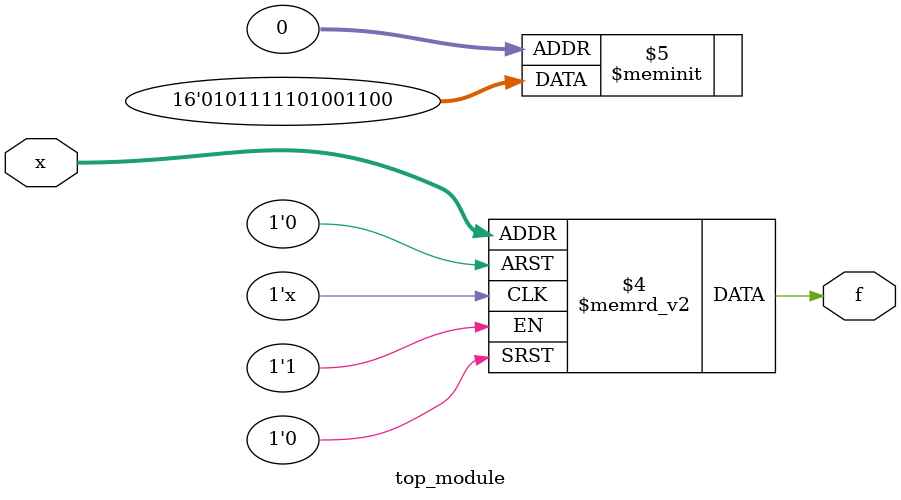
<source format=sv>
module top_module (
    input [4:1] x,
    output logic f
);

always_comb begin
    case (x)
        4'b0000: f = 1'b0; // Don't care, so output 0
        4'b0001: f = 1'b0;
        4'b0010: f = 1'b1;
        4'b0011: f = 1'b1;
        4'b0100: f = 1'b0;
        4'b0101: f = 1'b0;
        4'b0110: f = 1'b1;
        4'b0111: f = 1'b0;
        4'b1000: f = 1'b1;
        4'b1001: f = 1'b1;
        4'b1010: f = 1'b1;
        4'b1011: f = 1'b1;
        4'b1100: f = 1'b1;
        4'b1101: f = 1'b0;
        4'b1110: f = 1'b1;
        4'b1111: f = 1'b0;
    endcase
end

endmodule

</source>
